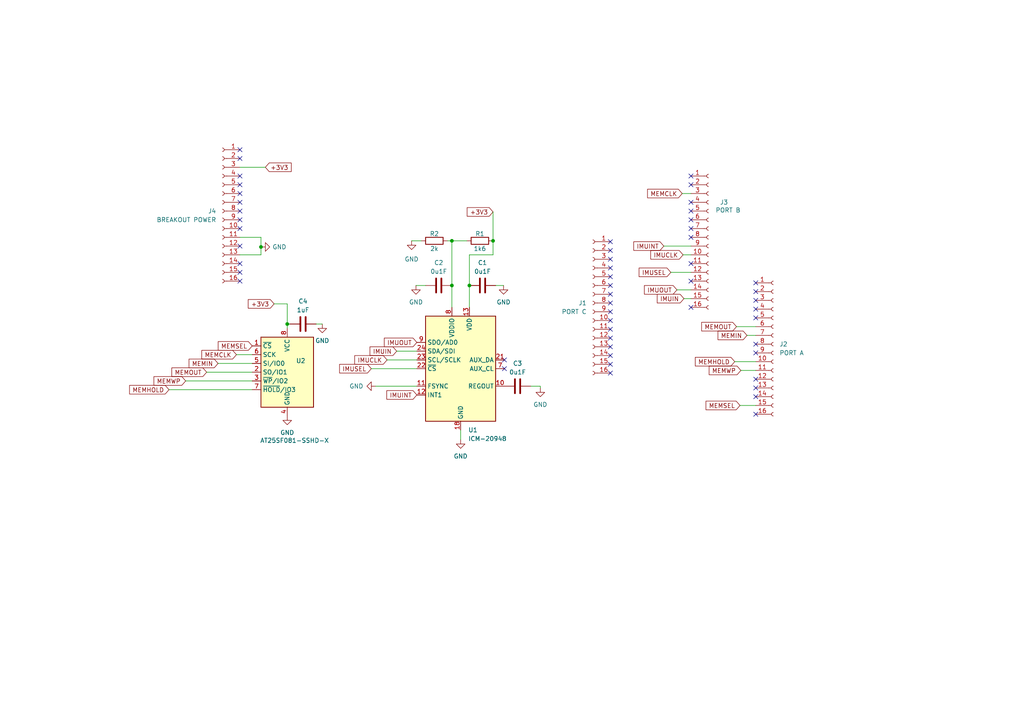
<source format=kicad_sch>
(kicad_sch (version 20230121) (generator eeschema)
  (paper "A4")
  (lib_symbols
    (symbol "Connector:Conn_01x16_Socket" (pin_names (offset 1.016) hide)
      (property "Reference" "J" (at 0 20.32 0))
      (property "Value" "Conn_01x16_Socket" (at 0 -22.86 0))
      (symbol "Conn_01x16_Socket_1_1"
        (arc (start 0 -19.812) (mid -0.5058 -20.32) (end 0 -20.828) (stroke (width 0.1524)))
        (arc (start 0 -17.272) (mid -0.5058 -17.78) (end 0 -18.288) (stroke (width 0.1524)))
        (arc (start 0 -14.732) (mid -0.5058 -15.24) (end 0 -15.748) (stroke (width 0.1524)))
        (arc (start 0 -12.192) (mid -0.5058 -12.7) (end 0 -13.208) (stroke (width 0.1524)))
        (arc (start 0 -9.652) (mid -0.5058 -10.16) (end 0 -10.668) (stroke (width 0.1524)))
        (arc (start 0 -7.112) (mid -0.5058 -7.62) (end 0 -8.128) (stroke (width 0.1524)))
        (arc (start 0 -4.572) (mid -0.5058 -5.08) (end 0 -5.588) (stroke (width 0.1524)))
        (arc (start 0 -2.032) (mid -0.5058 -2.54) (end 0 -3.048) (stroke (width 0.1524)))
        (polyline (pts (xy -1.27 -20.32) (xy -0.508 -20.32)) (stroke (width 0.1524)))
        (polyline (pts (xy -1.27 -17.78) (xy -0.508 -17.78)) (stroke (width 0.1524)))
        (polyline (pts (xy -1.27 -15.24) (xy -0.508 -15.24)) (stroke (width 0.1524)))
        (polyline (pts (xy -1.27 -12.7) (xy -0.508 -12.7)) (stroke (width 0.1524)))
        (polyline (pts (xy -1.27 -10.16) (xy -0.508 -10.16)) (stroke (width 0.1524)))
        (polyline (pts (xy -1.27 -7.62) (xy -0.508 -7.62)) (stroke (width 0.1524)))
        (polyline (pts (xy -1.27 -5.08) (xy -0.508 -5.08)) (stroke (width 0.1524)))
        (polyline (pts (xy -1.27 -2.54) (xy -0.508 -2.54)) (stroke (width 0.1524)))
        (polyline (pts (xy -1.27 0) (xy -0.508 0)) (stroke (width 0.1524)))
        (polyline (pts (xy -1.27 2.54) (xy -0.508 2.54)) (stroke (width 0.1524)))
        (polyline (pts (xy -1.27 5.08) (xy -0.508 5.08)) (stroke (width 0.1524)))
        (polyline (pts (xy -1.27 7.62) (xy -0.508 7.62)) (stroke (width 0.1524)))
        (polyline (pts (xy -1.27 10.16) (xy -0.508 10.16)) (stroke (width 0.1524)))
        (polyline (pts (xy -1.27 12.7) (xy -0.508 12.7)) (stroke (width 0.1524)))
        (polyline (pts (xy -1.27 15.24) (xy -0.508 15.24)) (stroke (width 0.1524)))
        (polyline (pts (xy -1.27 17.78) (xy -0.508 17.78)) (stroke (width 0.1524)))
        (arc (start 0 0.508) (mid -0.5058 0) (end 0 -0.508) (stroke (width 0.1524)))
        (arc (start 0 3.048) (mid -0.5058 2.54) (end 0 2.032) (stroke (width 0.1524)))
        (arc (start 0 5.588) (mid -0.5058 5.08) (end 0 4.572) (stroke (width 0.1524)))
        (arc (start 0 8.128) (mid -0.5058 7.62) (end 0 7.112) (stroke (width 0.1524)))
        (arc (start 0 10.668) (mid -0.5058 10.16) (end 0 9.652) (stroke (width 0.1524)))
        (arc (start 0 13.208) (mid -0.5058 12.7) (end 0 12.192) (stroke (width 0.1524)))
        (arc (start 0 15.748) (mid -0.5058 15.24) (end 0 14.732) (stroke (width 0.1524)))
        (arc (start 0 18.288) (mid -0.5058 17.78) (end 0 17.272) (stroke (width 0.1524)))
        (pin passive line (at -5.08 17.78 0) (length 3.81) (name "Pin_1") (number "1"))
        (pin passive line (at -5.08 -5.08 0) (length 3.81) (name "Pin_10") (number "10"))
        (pin passive line (at -5.08 -7.62 0) (length 3.81) (name "Pin_11") (number "11"))
        (pin passive line (at -5.08 -10.16 0) (length 3.81) (name "Pin_12") (number "12"))
        (pin passive line (at -5.08 -12.7 0) (length 3.81) (name "Pin_13") (number "13"))
        (pin passive line (at -5.08 -15.24 0) (length 3.81) (name "Pin_14") (number "14"))
        (pin passive line (at -5.08 -17.78 0) (length 3.81) (name "Pin_15") (number "15"))
        (pin passive line (at -5.08 -20.32 0) (length 3.81) (name "Pin_16") (number "16"))
        (pin passive line (at -5.08 15.24 0) (length 3.81) (name "Pin_2") (number "2"))
        (pin passive line (at -5.08 12.7 0) (length 3.81) (name "Pin_3") (number "3"))
        (pin passive line (at -5.08 10.16 0) (length 3.81) (name "Pin_4") (number "4"))
        (pin passive line (at -5.08 7.62 0) (length 3.81) (name "Pin_5") (number "5"))
        (pin passive line (at -5.08 5.08 0) (length 3.81) (name "Pin_6") (number "6"))
        (pin passive line (at -5.08 2.54 0) (length 3.81) (name "Pin_7") (number "7"))
        (pin passive line (at -5.08 0 0) (length 3.81) (name "Pin_8") (number "8"))
        (pin passive line (at -5.08 -2.54 0) (length 3.81) (name "Pin_9") (number "9"))
      )
    )
    (symbol "Device:C" (pin_numbers hide) (pin_names (offset 0.254))
      (property "Reference" "C" (at 0.635 2.54 0))
      (property "Value" "C" (at 0.635 -2.54 0))
      (symbol "C_0_1"
        (polyline (pts (xy -2.032 -0.762) (xy 2.032 -0.762)) (stroke (width 0.508)))
        (polyline (pts (xy -2.032 0.762) (xy 2.032 0.762)) (stroke (width 0.508)))
      )
      (symbol "C_1_1"
        (pin passive line (at 0 3.81 270) (length 2.794) (name "~") (number "1"))
        (pin passive line (at 0 -3.81 90) (length 2.794) (name "~") (number "2"))
      )
    )
    (symbol "Device:R" (pin_numbers hide) (pin_names (offset 0))
      (property "Reference" "R" (at 2.032 0 90))
      (property "Value" "R" (at 0 0 90))
      (symbol "R_0_1"
        (rectangle (start -1.016 -2.54) (end 1.016 2.54) (stroke (width 0.254)))
      )
      (symbol "R_1_1"
        (pin passive line (at 0 3.81 270) (length 1.27) (name "~") (number "1"))
        (pin passive line (at 0 -3.81 90) (length 1.27) (name "~") (number "2"))
      )
    )
    (symbol "Memory_Flash:AT25SF081-SSHD-X"
      (property "Reference" "U" (at -6.35 11.43 0))
      (property "Value" "AT25SF081-SSHD-X" (at 11.43 11.43 0))
      (symbol "AT25SF081-SSHD-X_0_1"
        (rectangle (start -7.62 10.16) (end 7.62 -10.16) (stroke (width 0.254)) (fill (type background)))
      )
      (symbol "AT25SF081-SSHD-X_1_1"
        (pin input line (at -10.16 7.62 0) (length 2.54) (name "~{CS}") (number "1"))
        (pin bidirectional line (at -10.16 0 0) (length 2.54) (name "SO/IO1") (number "2"))
        (pin bidirectional line (at -10.16 -2.54 0) (length 2.54) (name "~{WP}/IO2") (number "3"))
        (pin power_in line (at 0 -12.7 90) (length 2.54) (name "GND") (number "4"))
        (pin bidirectional line (at -10.16 2.54 0) (length 2.54) (name "SI/IO0") (number "5"))
        (pin input line (at -10.16 5.08 0) (length 2.54) (name "SCK") (number "6"))
        (pin bidirectional line (at -10.16 -5.08 0) (length 2.54) (name "~{HOLD}/IO3") (number "7"))
        (pin power_in line (at 0 12.7 270) (length 2.54) (name "VCC") (number "8"))
      )
    )
    (symbol "Sensor_Motion:ICM-20948"
      (property "Reference" "U" (at -11.43 16.51 0))
      (property "Value" "ICM-20948" (at 7.62 -16.51 0))
      (symbol "ICM-20948_0_1"
        (rectangle (start -10.16 15.24) (end 10.16 -15.24) (stroke (width 0.254)) (fill (type background)))
      )
      (symbol "ICM-20948_1_1"
        (pin no_connect line (at -10.16 12.7 0) (length 2.54) hide (name "NC") (number "1"))
        (pin passive line (at 12.7 -5.08 180) (length 2.54) (name "REGOUT") (number "10"))
        (pin input line (at -12.7 -5.08 0) (length 2.54) (name "FSYNC") (number "11"))
        (pin output line (at -12.7 -7.62 0) (length 2.54) (name "INT1") (number "12"))
        (pin power_in line (at 2.54 17.78 270) (length 2.54) (name "VDD") (number "13"))
        (pin no_connect line (at 10.16 7.62 180) (length 2.54) hide (name "NC") (number "14"))
        (pin no_connect line (at 10.16 5.08 180) (length 2.54) hide (name "NC") (number "15"))
        (pin no_connect line (at 10.16 -7.62 180) (length 2.54) hide (name "NC") (number "16"))
        (pin no_connect line (at 10.16 -10.16 180) (length 2.54) hide (name "NC") (number "17"))
        (pin power_in line (at 0 -17.78 90) (length 2.54) (name "GND") (number "18"))
        (pin no_connect line (at 10.16 -12.7 180) (length 2.54) hide (name "RESV") (number "19"))
        (pin no_connect line (at -10.16 10.16 0) (length 2.54) hide (name "NC") (number "2"))
        (pin passive line (at 0 -17.78 90) (length 2.54) hide (name "GND") (number "20"))
        (pin bidirectional line (at 12.7 2.54 180) (length 2.54) (name "AUX_DA") (number "21"))
        (pin input line (at -12.7 0 0) (length 2.54) (name "~{CS}") (number "22"))
        (pin input line (at -12.7 2.54 0) (length 2.54) (name "SCL/SCLK") (number "23"))
        (pin bidirectional line (at -12.7 5.08 0) (length 2.54) (name "SDA/SDI") (number "24"))
        (pin no_connect line (at -10.16 -2.54 0) (length 2.54) hide (name "NC") (number "3"))
        (pin no_connect line (at -10.16 -10.16 0) (length 2.54) hide (name "NC") (number "4"))
        (pin no_connect line (at -10.16 -12.7 0) (length 2.54) hide (name "NC") (number "5"))
        (pin no_connect line (at 10.16 10.16 180) (length 2.54) hide (name "NC") (number "6"))
        (pin output line (at 12.7 0 180) (length 2.54) (name "AUX_CL") (number "7"))
        (pin power_in line (at -2.54 17.78 270) (length 2.54) (name "VDDIO") (number "8"))
        (pin bidirectional line (at -12.7 7.62 0) (length 2.54) (name "SDO/AD0") (number "9"))
      )
    )
    (symbol "power:GND" (power) (pin_names (offset 0))
      (property "Value" "GND" (at 0 -3.81 0))
      (symbol "GND_0_1"
        (polyline (pts (xy 0 0) (xy 0 -1.27) (xy 1.27 -1.27) (xy 0 -2.54) (xy -1.27 -1.27) (xy 0 -1.27)))
      )
      (symbol "GND_1_1"
        (pin power_in line (at 0 0 270) (length 0) hide (name "GND") (number "1"))
      )
    )
  )
  (junction (at 136.144 82.804))
  (junction (at 83.312 93.98))
  (junction (at 75.692 71.628))
  (junction (at 131.064 82.804))
  (junction (at 131.064 69.85))
  (junction (at 143.002 69.85))
  (no_connect (at 219.202 102.362))
  (no_connect (at 69.596 45.974))
  (no_connect (at 69.596 81.534))
  (no_connect (at 177.038 87.884))
  (no_connect (at 177.038 80.264))
  (no_connect (at 219.202 120.142))
  (no_connect (at 219.202 92.202))
  (no_connect (at 177.038 82.804))
  (no_connect (at 219.202 99.822))
  (no_connect (at 200.406 89.154))
  (no_connect (at 200.406 61.214))
  (no_connect (at 69.596 63.754))
  (no_connect (at 69.596 76.454))
  (no_connect (at 177.038 77.724))
  (no_connect (at 200.406 63.754))
  (no_connect (at 177.038 100.584))
  (no_connect (at 177.038 70.104))
  (no_connect (at 219.202 82.042))
  (no_connect (at 219.202 89.662))
  (no_connect (at 177.038 75.184))
  (no_connect (at 177.038 108.204))
  (no_connect (at 177.038 90.424))
  (no_connect (at 219.202 112.522))
  (no_connect (at 200.406 76.454))
  (no_connect (at 69.596 53.594))
  (no_connect (at 200.406 51.054))
  (no_connect (at 69.596 71.374))
  (no_connect (at 177.038 92.964))
  (no_connect (at 146.304 106.934))
  (no_connect (at 69.596 43.434))
  (no_connect (at 200.406 53.594))
  (no_connect (at 69.596 56.134))
  (no_connect (at 200.406 66.294))
  (no_connect (at 69.596 61.214))
  (no_connect (at 200.406 68.834))
  (no_connect (at 177.038 85.344))
  (no_connect (at 69.596 66.294))
  (no_connect (at 69.596 78.994))
  (no_connect (at 177.038 95.504))
  (no_connect (at 69.596 58.674))
  (no_connect (at 200.406 81.534))
  (no_connect (at 219.202 84.582))
  (no_connect (at 69.596 51.054))
  (no_connect (at 177.038 103.124))
  (no_connect (at 200.406 58.674))
  (no_connect (at 177.038 72.644))
  (no_connect (at 146.304 104.394))
  (no_connect (at 219.202 109.982))
  (no_connect (at 219.202 115.062))
  (no_connect (at 177.038 98.044))
  (no_connect (at 219.202 87.122))
  (no_connect (at 177.038 105.664))
  (wire (pts (xy 84.074 93.98) (xy 83.312 93.98)))
  (wire (pts (xy 112.268 104.394) (xy 120.904 104.394)))
  (wire (pts (xy 214.63 117.602) (xy 219.202 117.602)))
  (wire (pts (xy 198.374 86.614) (xy 200.406 86.614)))
  (wire (pts (xy 213.614 94.742) (xy 219.202 94.742)))
  (wire (pts (xy 146.05 82.804) (xy 143.764 82.804)))
  (wire (pts (xy 83.312 93.98) (xy 83.312 88.138)))
  (wire (pts (xy 120.65 82.804) (xy 123.444 82.804)))
  (wire (pts (xy 136.144 82.804) (xy 136.144 89.154)))
  (wire (pts (xy 83.312 93.98) (xy 83.312 95.25)))
  (wire (pts (xy 156.718 112.014) (xy 153.924 112.014)))
  (wire (pts (xy 69.596 68.834) (xy 75.692 68.834)))
  (wire (pts (xy 216.662 97.282) (xy 219.202 97.282)))
  (wire (pts (xy 198.12 73.914) (xy 200.406 73.914)))
  (wire (pts (xy 133.604 127.508) (xy 133.604 124.714)))
  (wire (pts (xy 194.564 78.994) (xy 200.406 78.994)))
  (wire (pts (xy 59.944 107.95) (xy 73.152 107.95)))
  (wire (pts (xy 115.062 101.854) (xy 120.904 101.854)))
  (wire (pts (xy 91.694 93.98) (xy 93.472 93.98)))
  (wire (pts (xy 79.502 88.138) (xy 83.312 88.138)))
  (wire (pts (xy 156.718 112.522) (xy 156.718 112.014)))
  (wire (pts (xy 69.596 73.914) (xy 75.692 73.914)))
  (wire (pts (xy 136.144 73.914) (xy 136.144 82.804)))
  (wire (pts (xy 135.382 69.85) (xy 131.064 69.85)))
  (wire (pts (xy 49.022 113.03) (xy 73.152 113.03)))
  (wire (pts (xy 53.848 110.49) (xy 73.152 110.49)))
  (wire (pts (xy 68.58 102.87) (xy 73.152 102.87)))
  (wire (pts (xy 63.246 105.41) (xy 73.152 105.41)))
  (wire (pts (xy 213.106 104.902) (xy 219.202 104.902)))
  (wire (pts (xy 131.064 69.85) (xy 131.064 82.804)))
  (wire (pts (xy 119.38 69.85) (xy 122.174 69.85)))
  (wire (pts (xy 108.966 112.014) (xy 120.904 112.014)))
  (wire (pts (xy 143.002 73.914) (xy 136.144 73.914)))
  (wire (pts (xy 75.692 68.834) (xy 75.692 71.628)))
  (wire (pts (xy 131.064 82.804) (xy 131.064 89.154)))
  (wire (pts (xy 197.866 56.134) (xy 200.406 56.134)))
  (wire (pts (xy 192.532 71.374) (xy 200.406 71.374)))
  (wire (pts (xy 214.884 107.442) (xy 219.202 107.442)))
  (wire (pts (xy 75.692 73.914) (xy 75.692 71.628)))
  (wire (pts (xy 131.064 69.85) (xy 129.794 69.85)))
  (wire (pts (xy 76.962 48.514) (xy 69.596 48.514)))
  (wire (pts (xy 143.002 61.468) (xy 143.002 69.85)))
  (wire (pts (xy 143.002 69.85) (xy 143.002 73.914)))
  (wire (pts (xy 107.696 106.934) (xy 120.904 106.934)))
  (wire (pts (xy 196.342 84.074) (xy 200.406 84.074)))
  (global_label "+3V3" (shape input) (at 143.002 61.468 180) (property "Intersheetrefs" "${INTERSHEET_REFS}" (effects hide)))
  (global_label "MEMCLK" (shape input) (at 68.58 102.87 180) (property "Intersheetrefs" "${INTERSHEET_REFS}" (effects hide)))
  (global_label "IMUCLK" (shape input) (at 198.12 73.914 180) (property "Intersheetrefs" "${INTERSHEET_REFS}" (effects hide)))
  (global_label "MEMOUT" (shape input) (at 213.614 94.742 180) (property "Intersheetrefs" "${INTERSHEET_REFS}" (effects hide)))
  (global_label "MEMIN" (shape input) (at 63.246 105.41 180) (property "Intersheetrefs" "${INTERSHEET_REFS}" (effects hide)))
  (global_label "IMUOUT" (shape input) (at 196.342 84.074 180) (property "Intersheetrefs" "${INTERSHEET_REFS}" (effects hide)))
  (global_label "MEMHOLD" (shape input) (at 49.022 113.03 180) (property "Intersheetrefs" "${INTERSHEET_REFS}" (effects hide)))
  (global_label "MEMSEL" (shape input) (at 214.63 117.602 180) (property "Intersheetrefs" "${INTERSHEET_REFS}" (effects hide)))
  (global_label "IMUIN" (shape input) (at 198.374 86.614 180) (property "Intersheetrefs" "${INTERSHEET_REFS}" (effects hide)))
  (global_label "MEMWP" (shape input) (at 214.884 107.442 180) (property "Intersheetrefs" "${INTERSHEET_REFS}" (effects hide)))
  (global_label "IMUSEL" (shape input) (at 107.696 106.934 180) (property "Intersheetrefs" "${INTERSHEET_REFS}" (effects hide)))
  (global_label "IMUCLK" (shape input) (at 112.268 104.394 180) (property "Intersheetrefs" "${INTERSHEET_REFS}" (effects hide)))
  (global_label "IMUIN" (shape input) (at 115.062 101.854 180) (property "Intersheetrefs" "${INTERSHEET_REFS}" (effects hide)))
  (global_label "IMUSEL" (shape input) (at 194.564 78.994 180) (property "Intersheetrefs" "${INTERSHEET_REFS}" (effects hide)))
  (global_label "MEMWP" (shape input) (at 53.848 110.49 180) (property "Intersheetrefs" "${INTERSHEET_REFS}" (effects hide)))
  (global_label "MEMCLK" (shape input) (at 197.866 56.134 180) (property "Intersheetrefs" "${INTERSHEET_REFS}" (effects hide)))
  (global_label "MEMIN" (shape input) (at 216.662 97.282 180) (property "Intersheetrefs" "${INTERSHEET_REFS}" (effects hide)))
  (global_label "IMUOUT" (shape input) (at 120.904 99.314 180) (property "Intersheetrefs" "${INTERSHEET_REFS}" (effects hide)))
  (global_label "MEMHOLD" (shape input) (at 213.106 104.902 180) (property "Intersheetrefs" "${INTERSHEET_REFS}" (effects hide)))
  (global_label "+3V3" (shape input) (at 76.962 48.514 0) (property "Intersheetrefs" "${INTERSHEET_REFS}" (effects hide)))
  (global_label "IMUINT" (shape input) (at 192.532 71.374 180) (property "Intersheetrefs" "${INTERSHEET_REFS}" (effects hide)))
  (global_label "MEMOUT" (shape input) (at 59.944 107.95 180) (property "Intersheetrefs" "${INTERSHEET_REFS}" (effects hide)))
  (global_label "+3V3" (shape input) (at 79.502 88.138 180) (property "Intersheetrefs" "${INTERSHEET_REFS}" (effects hide)))
  (global_label "MEMSEL" (shape input) (at 73.152 100.33 180) (property "Intersheetrefs" "${INTERSHEET_REFS}" (effects hide)))
  (global_label "IMUINT" (shape input) (at 120.904 114.554 180) (property "Intersheetrefs" "${INTERSHEET_REFS}" (effects hide)))
  (symbol (lib_id "Device:C") (at 87.884 93.98 90) (unit 1)
    (property "Reference" "C4" (at 87.884 87.376 90))
    (property "Value" "1uF" (at 87.884 89.916 90))
    (property "Footprint" "Capacitor_SMD:C_0603_1608Metric" (effects hide))
  )
  (symbol (lib_id "power:GND") (at 83.312 120.65 0) (unit 1)
    (property "Reference" "#PWR09" (effects hide))
    (property "Value" "GND" (at 83.312 125.476 0))
  )
  (symbol (lib_id "power:GND") (at 120.65 82.804 0) (unit 1)
    (property "Reference" "#PWR01" (effects hide))
    (property "Value" "GND" (at 120.65 87.63 0))
  )
  (symbol (lib_id "power:GND") (at 146.05 82.804 0) (unit 1)
    (property "Reference" "#PWR02" (effects hide))
    (property "Value" "GND" (at 146.05 87.63 0))
  )
  (symbol (lib_id "Connector:Conn_01x16_Socket") (at 224.282 99.822 0) (unit 1)
    (property "Reference" "J2" (at 226.06 99.822 0) (effects (justify left)))
    (property "Value" "PORT A" (at 226.06 102.362 0) (effects (justify left)))
    (property "Footprint" "Connector_PinSocket_2.00mm:PinSocket_1x16_P2.00mm_Vertical" (effects hide))
  )
  (symbol (lib_id "Memory_Flash:AT25SF081-SSHD-X") (at 83.312 107.95 0) (unit 1)
    (property "Reference" "U2" (at 85.852 104.648 0) (effects (justify left)))
    (property "Value" "AT25SF081-SSHD-X" (at 75.438 127.762 0) (effects (justify left)))
    (property "Footprint" "Package_SO:SOIC-8_3.9x4.9mm_P1.27mm" (effects hide))
    (property "Datasheet" "https://www.adestotech.com/wp-content/uploads/DS-AT25SF081_045.pdf" (effects hide))
  )
  (symbol (lib_id "Device:C") (at 127.254 82.804 90) (unit 1)
    (property "Reference" "C2" (at 127.254 76.2 90))
    (property "Value" "0u1F" (at 127.254 78.74 90))
    (property "Footprint" "Capacitor_SMD:C_0603_1608Metric" (effects hide))
  )
  (symbol (lib_id "Device:C") (at 150.114 112.014 90) (unit 1)
    (property "Reference" "C3" (at 150.114 105.41 90))
    (property "Value" "0u1F" (at 150.114 107.95 90))
    (property "Footprint" "Capacitor_SMD:C_0603_1608Metric" (effects hide))
  )
  (symbol (lib_id "Connector:Conn_01x16_Socket") (at 205.486 68.834 0) (unit 1)
    (property "Reference" "J3" (at 208.788 58.674 0) (effects (justify left)))
    (property "Value" "PORT B" (at 207.518 60.96 0) (effects (justify left)))
    (property "Footprint" "Connector_PinSocket_2.00mm:PinSocket_1x16_P2.00mm_Vertical" (effects hide))
  )
  (symbol (lib_id "power:GND") (at 156.718 112.522 0) (unit 1)
    (property "Reference" "#PWR05" (effects hide))
    (property "Value" "GND" (at 156.718 117.348 0))
  )
  (symbol (lib_id "power:GND") (at 119.38 69.85 0) (unit 1)
    (property "Reference" "#PWR03" (effects hide))
    (property "Value" "GND" (at 119.38 75.184 0))
  )
  (symbol (lib_id "Device:C") (at 139.954 82.804 90) (unit 1)
    (property "Reference" "C1" (at 139.954 76.2 90))
    (property "Value" "0u1F" (at 139.954 78.74 90))
    (property "Footprint" "Capacitor_SMD:C_0603_1608Metric" (effects hide))
  )
  (symbol (lib_id "Device:R") (at 139.192 69.85 270) (unit 1)
    (property "Reference" "R1" (at 139.192 67.818 90))
    (property "Value" "1k6" (at 139.192 72.136 90))
    (property "Footprint" "Capacitor_SMD:C_0603_1608Metric" (effects hide))
  )
  (symbol (lib_id "power:GND") (at 108.966 112.014 270) (unit 1)
    (property "Reference" "#PWR07" (effects hide))
    (property "Value" "GND" (at 105.41 112.014 90) (effects (justify right)))
  )
  (symbol (lib_id "Sensor_Motion:ICM-20948") (at 133.604 106.934 0) (unit 1)
    (property "Reference" "U1" (at 135.7981 124.714 0) (effects (justify left)))
    (property "Value" "ICM-20948" (at 135.7981 127.254 0) (effects (justify left)))
    (property "Footprint" "Sensor_Motion:InvenSense_QFN-24_3x3mm_P0.4mm" (effects hide))
    (property "Datasheet" "http://www.invensense.com/wp-content/uploads/2016/06/DS-000189-ICM-20948-v1.3.pdf" (effects hide))
  )
  (symbol (lib_id "power:GND") (at 75.692 71.628 90) (unit 1)
    (property "Reference" "#PWR04" (effects hide))
    (property "Value" "GND" (at 78.994 71.628 90) (effects (justify right)))
  )
  (symbol (lib_id "Device:R") (at 125.984 69.85 90) (unit 1)
    (property "Reference" "R2" (at 125.984 67.818 90))
    (property "Value" "2k" (at 125.984 72.136 90))
    (property "Footprint" "Capacitor_SMD:C_0603_1608Metric" (effects hide))
  )
  (symbol (lib_id "power:GND") (at 93.472 93.98 0) (unit 1)
    (property "Reference" "#PWR08" (effects hide))
    (property "Value" "GND" (at 93.472 98.806 0))
  )
  (symbol (lib_id "Connector:Conn_01x16_Socket") (at 64.516 61.214 0) (mirror y) (unit 1)
    (property "Reference" "J4" (at 62.738 61.214 0) (effects (justify left)))
    (property "Value" "BREAKOUT POWER" (at 62.738 63.754 0) (effects (justify left)))
    (property "Footprint" "Connector_PinSocket_2.00mm:PinSocket_1x16_P2.00mm_Vertical" (effects hide))
  )
  (symbol (lib_id "Connector:Conn_01x16_Socket") (at 171.958 87.884 0) (mirror y) (unit 1)
    (property "Reference" "J1" (at 170.18 87.884 0) (effects (justify left)))
    (property "Value" "PORT C" (at 170.18 90.424 0) (effects (justify left)))
    (property "Footprint" "Connector_PinSocket_2.00mm:PinSocket_1x16_P2.00mm_Vertical" (effects hide))
  )
  (symbol (lib_id "power:GND") (at 133.604 127.508 0) (unit 1)
    (property "Reference" "#PWR06" (effects hide))
    (property "Value" "GND" (at 133.604 132.334 0))
  )
)
</source>
